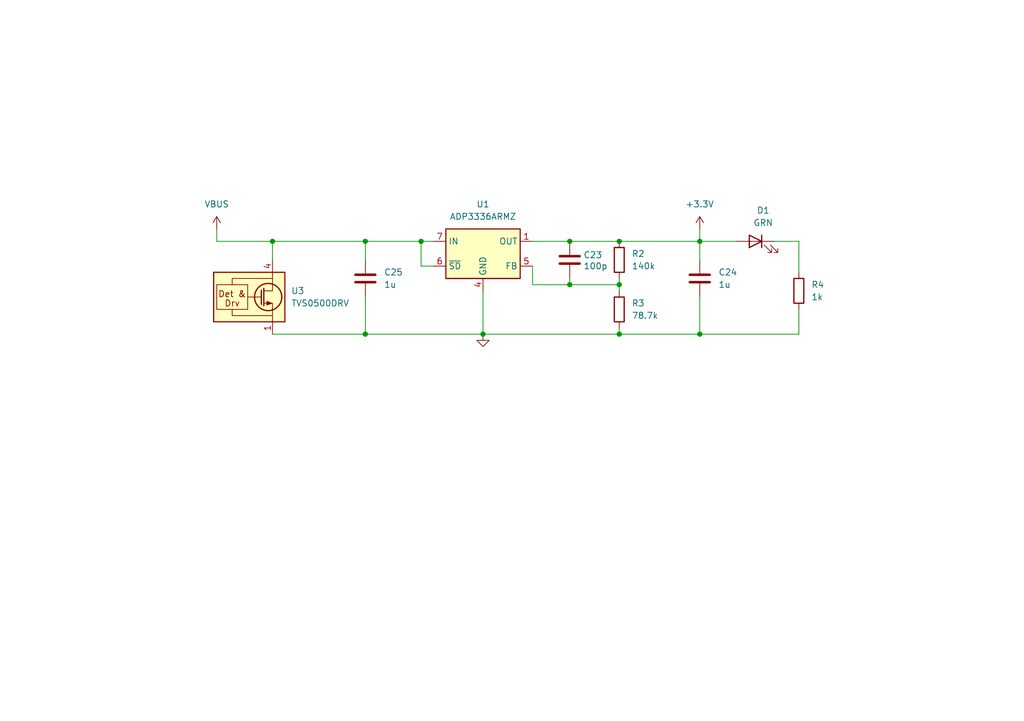
<source format=kicad_sch>
(kicad_sch (version 20231120) (generator "eeschema") (generator_version "8.0")
  (paper "A5")
  (title_block (title "MCU 3.3V Power Supply"))
  (lib_symbols
    (symbol "Device:C" (pin_numbers hide) (pin_names (offset 0.254))
      (property "Reference" "C" (at 0.635 2.54 0))
      (property "Value" "C" (at 0.635 -2.54 0))
      (symbol "C_0_1"
        (polyline (pts (xy -2.032 -0.762) (xy 2.032 -0.762)) (stroke (width 0.508)))
        (polyline (pts (xy -2.032 0.762) (xy 2.032 0.762)) (stroke (width 0.508)))
      )
      (symbol "C_1_1"
        (pin passive line (at 0 3.81 270) (length 2.794) (name "~") (number "1"))
        (pin passive line (at 0 -3.81 90) (length 2.794) (name "~") (number "2"))
      )
    )
    (symbol "Device:LED" (pin_numbers hide) (pin_names (offset 1.016) hide)
      (property "Reference" "D" (at 0 2.54 0))
      (property "Value" "LED" (at 0 -2.54 0))
      (symbol "LED_0_1"
        (polyline (pts (xy -1.27 -1.27) (xy -1.27 1.27)) (stroke (width 0.254)))
        (polyline (pts (xy -1.27 0) (xy 1.27 0)))
        (polyline (pts (xy 1.27 -1.27) (xy 1.27 1.27) (xy -1.27 0) (xy 1.27 -1.27)) (stroke (width 0.254)))
        (polyline (pts (xy -3.048 -0.762) (xy -4.572 -2.286) (xy -3.81 -2.286) (xy -4.572 -2.286) (xy -4.572 -1.524)))
        (polyline (pts (xy -1.778 -0.762) (xy -3.302 -2.286) (xy -2.54 -2.286) (xy -3.302 -2.286) (xy -3.302 -1.524)))
      )
      (symbol "LED_1_1"
        (pin passive line (at -3.81 0 0) (length 2.54) (name "K") (number "1"))
        (pin passive line (at 3.81 0 180) (length 2.54) (name "A") (number "2"))
      )
    )
    (symbol "Device:R" (pin_numbers hide) (pin_names (offset 0))
      (property "Reference" "R" (at 2.032 0 90))
      (property "Value" "R" (at 0 0 90))
      (symbol "R_0_1"
        (rectangle (start -1.016 -2.54) (end 1.016 2.54) (stroke (width 0.254)))
      )
      (symbol "R_1_1"
        (pin passive line (at 0 3.81 270) (length 1.27) (name "~") (number "1"))
        (pin passive line (at 0 -3.81 90) (length 1.27) (name "~") (number "2"))
      )
    )
    (symbol "Power_Protection:TVS0500DRV" (pin_names (offset 0) hide)
      (property "Reference" "U" (at 2.54 1.27 0))
      (property "Value" "TVS0500DRV" (at 2.54 -1.27 0))
      (symbol "TVS0500DRV_0_0"
        (rectangle (start -11.43 2.54) (end -5.08 -2.54))
        (polyline (pts (xy 0 1.27) (xy -1.778 1.27)))
        (polyline (pts (xy -8.255 -2.54) (xy -8.255 -3.81) (xy 0 -3.81)))
        (polyline (pts (xy -8.255 2.54) (xy -8.255 3.81) (xy 0 3.81)))
        (text "Det &" (at -8.255 0.635 0) (effects (font (size 1.27 1.27))))
        (text "Drv" (at -8.255 -1.27 0) (effects (font (size 1.27 1.27))))
      )
      (symbol "TVS0500DRV_0_1"
        (rectangle (start -12.065 5.08) (end 2.54 -5.08) (stroke (width 0.254)) (fill (type background)))
        (circle (center -0.889 0) (radius 2.794) (stroke (width 0.254)))
        (polyline (pts (xy -2.286 0) (xy -5.08 0)))
        (polyline (pts (xy -2.286 1.397) (xy -2.286 -1.524)) (stroke (width 0.254)))
        (polyline (pts (xy -1.778 1.778) (xy -1.778 -1.778)) (stroke (width 0.254)))
        (polyline (pts (xy 0 -2.54) (xy 0 -5.08)))
        (polyline (pts (xy 0 2.54) (xy 0 1.27)))
        (polyline (pts (xy 0 5.08) (xy 0 2.54)))
        (polyline (pts (xy 0 -2.54) (xy 0 -1.27) (xy -1.778 -1.27)))
        (polyline (pts (xy -0.127 -1.27) (xy -1.143 -1.651) (xy -1.143 -0.889) (xy -0.127 -1.27)) (fill (type outline)))
      )
      (symbol "TVS0500DRV_1_1"
        (pin power_in line (at 0 -7.62 90) (length 2.54) (name "GND") (number "1"))
        (pin passive line (at 0 -7.62 90) (length 2.54) hide (name "GND") (number "2"))
        (pin passive line (at 0 -7.62 90) (length 2.54) hide (name "GND") (number "3"))
        (pin passive line (at 0 7.62 270) (length 2.54) (name "IN") (number "4"))
        (pin passive line (at 0 7.62 270) (length 2.54) hide (name "IN") (number "5"))
        (pin passive line (at 0 7.62 270) (length 2.54) hide (name "IN") (number "6"))
        (pin passive line (at 0 -7.62 90) (length 2.54) hide (name "GND") (number "7"))
      )
    )
    (symbol "Regulator_Linear:ADP3336ARMZ"
      (property "Reference" "U" (at 0 10.16 0))
      (property "Value" "ADP3336ARMZ" (at 0 7.62 0))
      (symbol "ADP3336ARMZ_1_1"
        (rectangle (start -7.62 5.08) (end 7.62 -5.08) (stroke (width 0.254)) (fill (type background)))
        (pin power_out line (at 10.16 2.54 180) (length 2.54) (name "OUT") (number "1"))
        (pin passive line (at 10.16 2.54 180) (length 2.54) hide (name "OUT") (number "2"))
        (pin passive line (at 10.16 2.54 180) (length 2.54) hide (name "OUT") (number "3"))
        (pin power_in line (at 0 -7.62 90) (length 2.54) (name "GND") (number "4"))
        (pin passive line (at 10.16 -2.54 180) (length 2.54) (name "FB") (number "5"))
        (pin input line (at -10.16 -2.54 0) (length 2.54) (name "~{SD}") (number "6"))
        (pin power_in line (at -10.16 2.54 0) (length 2.54) (name "IN") (number "7"))
        (pin passive line (at -10.16 2.54 0) (length 2.54) hide (name "IN") (number "8"))
      )
    )
    (symbol "power:+3.3V" (power) (pin_numbers hide) (pin_names (offset 0) hide)
      (property "Value" "+3.3V" (at 0 3.556 0))
      (symbol "+3.3V_0_1"
        (polyline (pts (xy -0.762 1.27) (xy 0 2.54)))
        (polyline (pts (xy 0 0) (xy 0 2.54)))
        (polyline (pts (xy 0 2.54) (xy 0.762 1.27)))
      )
      (symbol "+3.3V_1_1"
        (pin power_in line (at 0 0 90) (length 0) (name "~") (number "1"))
      )
    )
    (symbol "power:GND" (power) (pin_numbers hide) (pin_names (offset 0) hide)
      (property "Value" "GND" (at 0 -3.81 0))
      (symbol "GND_0_1"
        (polyline (pts (xy 0 0) (xy 0 -1.27) (xy 1.27 -1.27) (xy 0 -2.54) (xy -1.27 -1.27) (xy 0 -1.27)))
      )
      (symbol "GND_1_1"
        (pin power_in line (at 0 0 270) (length 0) (name "~") (number "1"))
      )
    )
    (symbol "power:VBUS" (power) (pin_numbers hide) (pin_names (offset 0) hide)
      (property "Value" "VBUS" (at 0 3.556 0))
      (symbol "VBUS_0_1"
        (polyline (pts (xy -0.762 1.27) (xy 0 2.54)))
        (polyline (pts (xy 0 0) (xy 0 2.54)))
        (polyline (pts (xy 0 2.54) (xy 0.762 1.27)))
      )
      (symbol "VBUS_1_1"
        (pin power_in line (at 0 0 90) (length 0) (name "~") (number "1"))
      )
    )
  )
  (junction (at 99.06 68.58))
  (junction (at 127 49.53))
  (junction (at 127 68.58))
  (junction (at 143.51 68.58))
  (junction (at 74.93 68.58))
  (junction (at 127 58.42))
  (junction (at 86.36 49.53))
  (junction (at 143.51 49.53))
  (junction (at 55.88 49.53))
  (junction (at 74.93 49.53))
  (junction (at 116.84 58.42))
  (junction (at 116.84 49.53))
  (wire (pts (xy 163.83 49.53) (xy 163.83 55.88)))
  (wire (pts (xy 55.88 68.58) (xy 74.93 68.58)))
  (wire (pts (xy 74.93 49.53) (xy 86.36 49.53)))
  (wire (pts (xy 74.93 49.53) (xy 74.93 53.34)))
  (wire (pts (xy 143.51 49.53) (xy 151.13 49.53)))
  (wire (pts (xy 86.36 54.61) (xy 86.36 49.53)))
  (wire (pts (xy 143.51 60.96) (xy 143.51 68.58)))
  (wire (pts (xy 99.06 59.69) (xy 99.06 68.58)))
  (wire (pts (xy 163.83 63.5) (xy 163.83 68.58)))
  (wire (pts (xy 55.88 49.53) (xy 55.88 53.34)))
  (wire (pts (xy 99.06 68.58) (xy 127 68.58)))
  (wire (pts (xy 44.45 49.53) (xy 44.45 46.99)))
  (wire (pts (xy 55.88 49.53) (xy 44.45 49.53)))
  (wire (pts (xy 143.51 68.58) (xy 127 68.58)))
  (wire (pts (xy 116.84 58.42) (xy 127 58.42)))
  (wire (pts (xy 163.83 68.58) (xy 143.51 68.58)))
  (wire (pts (xy 127 58.42) (xy 127 59.69)))
  (wire (pts (xy 127 67.31) (xy 127 68.58)))
  (wire (pts (xy 143.51 46.99) (xy 143.51 49.53)))
  (wire (pts (xy 143.51 49.53) (xy 143.51 53.34)))
  (wire (pts (xy 116.84 49.53) (xy 127 49.53)))
  (wire (pts (xy 109.22 54.61) (xy 109.22 58.42)))
  (wire (pts (xy 109.22 49.53) (xy 116.84 49.53)))
  (wire (pts (xy 86.36 49.53) (xy 88.9 49.53)))
  (wire (pts (xy 88.9 54.61) (xy 86.36 54.61)))
  (wire (pts (xy 127 49.53) (xy 143.51 49.53)))
  (wire (pts (xy 74.93 68.58) (xy 99.06 68.58)))
  (wire (pts (xy 116.84 58.42) (xy 109.22 58.42)))
  (wire (pts (xy 116.84 58.42) (xy 116.84 57.15)))
  (wire (pts (xy 127 58.42) (xy 127 57.15)))
  (wire (pts (xy 158.75 49.53) (xy 163.83 49.53)))
  (wire (pts (xy 74.93 60.96) (xy 74.93 68.58)))
  (wire (pts (xy 55.88 49.53) (xy 74.93 49.53)))
  (symbol (lib_id "power:+3.3V") (at 143.51 46.99 0) (unit 1)
    (property "Reference" "#PWR017" (effects (hide yes)))
    (property "Value" "+3.3V" (at 143.51 41.91 0))
    (property "Description" "Power symbol creates a global label with name \"+3.3V\"" (effects (hide yes)))
  )
  (symbol (lib_id "power:GND") (at 99.06 68.58 0) (unit 1)
    (property "Reference" "#PWR016" (effects (hide yes)))
    (property "Value" "GND" (effects (hide yes)))
    (property "Description" "Power symbol creates a global label with name \"GND\" , ground" (effects (hide yes)))
  )
  (symbol (lib_id "Device:C") (at 74.93 57.15 0) (unit 1)
    (property "Reference" "C25" (at 78.74 55.8799 0) (effects (justify left)))
    (property "Value" "1u" (at 78.74 58.4199 0) (effects (justify left)))
    (property "Description" "Unpolarized capacitor" (effects (hide yes)))
  )
  (symbol (lib_id "Power_Protection:TVS0500DRV") (at 55.88 60.96 0) (unit 1)
    (property "Reference" "U3" (at 59.69 59.6899 0) (effects (justify left)))
    (property "Value" "TVS0500DRV" (at 59.69 62.2299 0) (effects (justify left)))
    (property "Footprint" "Package_SON:WSON-6-1EP_2x2mm_P0.65mm_EP1x1.6mm" (effects (hide yes)))
    (property "Datasheet" "http://www.ti.com/lit/ds/symlink/tvs0500.pdf" (effects (hide yes)))
    (property "Description" "Flat-Clamp Surge Protection Device. 5Vrwm, WSON-6" (effects (hide yes)))
  )
  (symbol (lib_id "Device:R") (at 127 53.34 0) (unit 1)
    (property "Reference" "R2" (at 129.54 52.0699 0) (effects (justify left)))
    (property "Value" "140k" (at 129.54 54.6099 0) (effects (justify left)))
    (property "Description" "Resistor" (effects (hide yes)))
  )
  (symbol (lib_id "Device:C") (at 116.84 53.34 0) (unit 1)
    (property "Reference" "C23" (at 119.634 52.324 0) (effects (justify left)))
    (property "Value" "100p" (at 119.634 54.61 0) (effects (justify left)))
    (property "Description" "Unpolarized capacitor" (effects (hide yes)))
  )
  (symbol (lib_id "Device:R") (at 163.83 59.69 0) (unit 1)
    (property "Reference" "R4" (at 166.37 58.4199 0) (effects (justify left)))
    (property "Value" "1k" (at 166.37 60.9599 0) (effects (justify left)))
    (property "Description" "Resistor" (effects (hide yes)))
  )
  (symbol (lib_id "Regulator_Linear:ADP3336ARMZ") (at 99.06 52.07 0) (unit 1)
    (property "Reference" "U1" (at 99.06 41.91 0))
    (property "Value" "ADP3336ARMZ" (at 99.06 44.45 0))
    (property "Footprint" "Package_SO:MSOP-8_3x3mm_P0.65mm" (effects (hide yes)))
    (property "Datasheet" "https://www.analog.com/media/en/technical-documentation/data-sheets/ADP3336.pdf" (effects (hide yes)))
    (property "Description" "High Accuracy Ultralow IQ, 500mA anyCAP Adjustable Low Dropout Regulator, MSOP-8" (effects (hide yes)))
  )
  (symbol (lib_id "Device:C") (at 143.51 57.15 0) (unit 1)
    (property "Reference" "C24" (at 147.32 55.8799 0) (effects (justify left)))
    (property "Value" "1u" (at 147.32 58.4199 0) (effects (justify left)))
    (property "Description" "Unpolarized capacitor" (effects (hide yes)))
  )
  (symbol (lib_id "Device:LED") (at 154.94 49.53 0) (mirror y) (unit 1)
    (property "Reference" "D1" (at 156.5275 43.18 0))
    (property "Value" "GRN" (at 156.5275 45.72 0))
    (property "Description" "Light emitting diode" (effects (hide yes)))
  )
  (symbol (lib_id "Device:R") (at 127 63.5 0) (unit 1)
    (property "Reference" "R3" (at 129.54 62.2299 0) (effects (justify left)))
    (property "Value" "78.7k" (at 129.54 64.7699 0) (effects (justify left)))
    (property "Description" "Resistor" (effects (hide yes)))
  )
  (symbol (lib_id "power:VBUS") (at 44.45 46.99 0) (unit 1)
    (property "Reference" "#PWR015" (effects (hide yes)))
    (property "Value" "VBUS" (at 44.45 41.91 0))
    (property "Description" "Power symbol creates a global label with name \"VBUS\"" (effects (hide yes)))
  )
)
</source>
